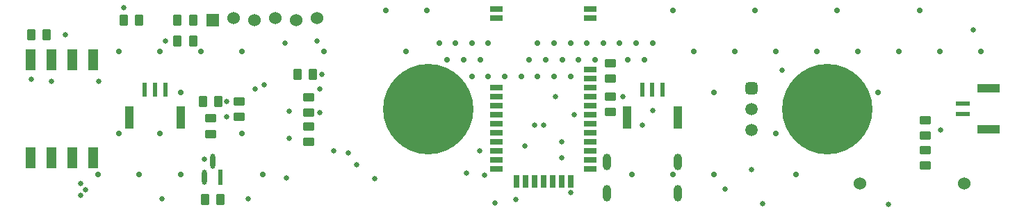
<source format=gbr>
%TF.GenerationSoftware,Altium Limited,Altium Designer,22.7.1 (60)*%
G04 Layer_Color=16711935*
%FSLAX43Y43*%
%MOMM*%
%TF.SameCoordinates,440D4EDA-C43D-4E66-B479-6B8574177269*%
%TF.FilePolarity,Negative*%
%TF.FileFunction,Soldermask,Bot*%
%TF.Part,Single*%
G01*
G75*
%TA.AperFunction,SMDPad,CuDef*%
G04:AMPARAMS|DCode=14|XSize=1mm|YSize=1.42mm|CornerRadius=0.125mm|HoleSize=0mm|Usage=FLASHONLY|Rotation=180.000|XOffset=0mm|YOffset=0mm|HoleType=Round|Shape=RoundedRectangle|*
%AMROUNDEDRECTD14*
21,1,1.000,1.170,0,0,180.0*
21,1,0.750,1.420,0,0,180.0*
1,1,0.250,-0.375,0.585*
1,1,0.250,0.375,0.585*
1,1,0.250,0.375,-0.585*
1,1,0.250,-0.375,-0.585*
%
%ADD14ROUNDEDRECTD14*%
G04:AMPARAMS|DCode=21|XSize=1mm|YSize=1.42mm|CornerRadius=0.125mm|HoleSize=0mm|Usage=FLASHONLY|Rotation=270.000|XOffset=0mm|YOffset=0mm|HoleType=Round|Shape=RoundedRectangle|*
%AMROUNDEDRECTD21*
21,1,1.000,1.170,0,0,270.0*
21,1,0.750,1.420,0,0,270.0*
1,1,0.250,-0.585,-0.375*
1,1,0.250,-0.585,0.375*
1,1,0.250,0.585,0.375*
1,1,0.250,0.585,-0.375*
%
%ADD21ROUNDEDRECTD21*%
%TA.AperFunction,ComponentPad*%
%ADD32O,1.000X2.000*%
%ADD33C,1.524*%
%ADD34R,1.524X1.524*%
%ADD35C,1.500*%
G04:AMPARAMS|DCode=36|XSize=1.5mm|YSize=1.5mm|CornerRadius=0.375mm|HoleSize=0mm|Usage=FLASHONLY|Rotation=270.000|XOffset=0mm|YOffset=0mm|HoleType=Round|Shape=RoundedRectangle|*
%AMROUNDEDRECTD36*
21,1,1.500,0.750,0,0,270.0*
21,1,0.750,1.500,0,0,270.0*
1,1,0.750,-0.375,-0.375*
1,1,0.750,-0.375,0.375*
1,1,0.750,0.375,0.375*
1,1,0.750,0.375,-0.375*
%
%ADD36ROUNDEDRECTD36*%
%TA.AperFunction,ViaPad*%
%ADD37C,11.000*%
%ADD38C,0.650*%
%ADD39C,0.700*%
%TA.AperFunction,SMDPad,CuDef*%
%ADD40R,1.143X2.500*%
%ADD41R,1.000X2.800*%
%ADD42R,0.600X1.700*%
%ADD43R,2.700X1.000*%
%ADD44R,1.700X0.600*%
G04:AMPARAMS|DCode=45|XSize=1.824mm|YSize=0.618mm|CornerRadius=0.309mm|HoleSize=0mm|Usage=FLASHONLY|Rotation=90.000|XOffset=0mm|YOffset=0mm|HoleType=Round|Shape=RoundedRectangle|*
%AMROUNDEDRECTD45*
21,1,1.824,0.000,0,0,90.0*
21,1,1.206,0.618,0,0,90.0*
1,1,0.618,0.000,0.603*
1,1,0.618,0.000,-0.603*
1,1,0.618,0.000,-0.603*
1,1,0.618,0.000,0.603*
%
%ADD45ROUNDEDRECTD45*%
%ADD46R,0.618X1.824*%
%ADD47R,1.500X0.700*%
%ADD48R,0.700X1.500*%
D14*
X35900Y19228D02*
D03*
X34030D02*
D03*
X22780Y4000D02*
D03*
X24650D02*
D03*
X12905Y25787D02*
D03*
X14775D02*
D03*
X21325D02*
D03*
X19455D02*
D03*
Y23250D02*
D03*
X21325D02*
D03*
X22555Y15885D02*
D03*
X24425D02*
D03*
X1600Y24050D02*
D03*
X3470D02*
D03*
D21*
X110500Y13635D02*
D03*
Y11765D02*
D03*
Y9985D02*
D03*
Y8115D02*
D03*
X26975Y15875D02*
D03*
Y14005D02*
D03*
X35400Y14550D02*
D03*
Y16420D02*
D03*
Y10950D02*
D03*
Y12820D02*
D03*
X23500Y11955D02*
D03*
Y13825D02*
D03*
X72125Y16525D02*
D03*
Y14655D02*
D03*
Y18725D02*
D03*
Y20595D02*
D03*
D32*
X80345Y4692D02*
D03*
X71705D02*
D03*
X80345Y8492D02*
D03*
X71705D02*
D03*
D33*
X102530Y5905D02*
D03*
X115230D02*
D03*
X28780Y25787D02*
D03*
X33860D02*
D03*
X26240Y26041D02*
D03*
X31320D02*
D03*
X36400D02*
D03*
D34*
X23700Y25787D02*
D03*
D35*
X89325Y12460D02*
D03*
Y15000D02*
D03*
D36*
Y17540D02*
D03*
D37*
X50000Y15000D02*
D03*
X98565D02*
D03*
D38*
X86121Y5236D02*
D03*
X32524Y23049D02*
D03*
X56287Y9850D02*
D03*
X43456Y6468D02*
D03*
X28037Y4013D02*
D03*
X17584Y4013D02*
D03*
X1600Y18583D02*
D03*
X40266Y9637D02*
D03*
X41300Y8200D02*
D03*
X54647Y7150D02*
D03*
X58150Y3500D02*
D03*
X25465Y15875D02*
D03*
X60625Y3925D02*
D03*
X67348Y4827D02*
D03*
X36400Y23250D02*
D03*
X106025Y3375D02*
D03*
X89325Y7597D02*
D03*
X112350Y12460D02*
D03*
X93050Y19700D02*
D03*
X90725Y3425D02*
D03*
X116325Y24650D02*
D03*
X61775Y10460D02*
D03*
X66200Y9025D02*
D03*
Y11025D02*
D03*
X64000Y13050D02*
D03*
X56825Y6899D02*
D03*
X32675Y6550D02*
D03*
X33050Y14675D02*
D03*
X62916Y13025D02*
D03*
X25450Y14035D02*
D03*
X33050Y11425D02*
D03*
X29975Y17925D02*
D03*
X28887Y17400D02*
D03*
X73703Y16475D02*
D03*
X77300Y14775D02*
D03*
X67750Y14275D02*
D03*
X65500Y16475D02*
D03*
X12890Y27335D02*
D03*
X5750Y24050D02*
D03*
X9838Y18350D02*
D03*
X7625Y4450D02*
D03*
X8228Y5125D02*
D03*
X7625Y5900D02*
D03*
X38470Y9883D02*
D03*
X22750Y8875D02*
D03*
X18000Y23275D02*
D03*
X36775Y14550D02*
D03*
Y17400D02*
D03*
X37025Y19225D02*
D03*
X76025Y13050D02*
D03*
X4103Y18363D02*
D03*
D39*
X117300Y21980D02*
D03*
X112300D02*
D03*
X109800Y26980D02*
D03*
X107300Y21980D02*
D03*
X102300D02*
D03*
X104800Y16980D02*
D03*
X99800Y26980D02*
D03*
X97300Y21980D02*
D03*
X92300D02*
D03*
Y11980D02*
D03*
X94800Y6980D02*
D03*
X89800Y26980D02*
D03*
X87300Y21980D02*
D03*
X82300D02*
D03*
X84800Y16980D02*
D03*
Y6980D02*
D03*
X79800Y26980D02*
D03*
Y6980D02*
D03*
X74800D02*
D03*
X49800Y26980D02*
D03*
X47300Y21980D02*
D03*
X44800Y26980D02*
D03*
X37300Y21980D02*
D03*
X27300D02*
D03*
Y11980D02*
D03*
X29800Y6980D02*
D03*
X22300Y21980D02*
D03*
X17300D02*
D03*
X19800Y16980D02*
D03*
X17300Y11980D02*
D03*
X19800Y6980D02*
D03*
X12300Y21980D02*
D03*
Y11980D02*
D03*
X14800Y6980D02*
D03*
X9800D02*
D03*
X77300Y22980D02*
D03*
X75300D02*
D03*
X76300Y20980D02*
D03*
X73300Y22980D02*
D03*
X74300Y20980D02*
D03*
X71300Y22980D02*
D03*
X69300D02*
D03*
X70300Y20980D02*
D03*
X67300Y22980D02*
D03*
X68300Y20980D02*
D03*
X67300Y18980D02*
D03*
X65300Y22980D02*
D03*
X66300Y20980D02*
D03*
X65300Y18980D02*
D03*
X63300Y22980D02*
D03*
X64300Y20980D02*
D03*
X63300Y18980D02*
D03*
X62300Y20980D02*
D03*
X61300Y18980D02*
D03*
X59300D02*
D03*
X57300Y22980D02*
D03*
Y18980D02*
D03*
X55300Y22980D02*
D03*
X56300Y20980D02*
D03*
X55300Y18980D02*
D03*
X53300Y22980D02*
D03*
X54300Y20980D02*
D03*
X51300Y22980D02*
D03*
X52300Y20980D02*
D03*
D40*
X1590Y9030D02*
D03*
X4130D02*
D03*
X6670D02*
D03*
X9210D02*
D03*
Y20970D02*
D03*
X6670D02*
D03*
X4130D02*
D03*
X1590D02*
D03*
D41*
X13600Y13975D02*
D03*
X19800D02*
D03*
X74175D02*
D03*
X80375D02*
D03*
D42*
X15450Y17325D02*
D03*
X16700D02*
D03*
X17950D02*
D03*
X76025D02*
D03*
X77275D02*
D03*
X78525D02*
D03*
D43*
X118250Y17475D02*
D03*
Y12525D02*
D03*
D44*
X115050Y15625D02*
D03*
Y14375D02*
D03*
D45*
X23700Y8589D02*
D03*
X22750Y6668D02*
D03*
D46*
X24650D02*
D03*
D47*
X58250Y27125D02*
D03*
Y26025D02*
D03*
Y17625D02*
D03*
Y16525D02*
D03*
Y15425D02*
D03*
Y14325D02*
D03*
Y13225D02*
D03*
Y12125D02*
D03*
Y11025D02*
D03*
Y9925D02*
D03*
Y8825D02*
D03*
Y7725D02*
D03*
X69750D02*
D03*
Y8825D02*
D03*
Y9925D02*
D03*
Y11025D02*
D03*
Y12125D02*
D03*
Y13225D02*
D03*
Y14325D02*
D03*
Y15425D02*
D03*
Y16525D02*
D03*
Y17625D02*
D03*
Y18725D02*
D03*
Y19825D02*
D03*
Y26025D02*
D03*
Y27125D02*
D03*
D48*
X60700Y6175D02*
D03*
X61800D02*
D03*
X62900D02*
D03*
X64000D02*
D03*
X65100D02*
D03*
X66200D02*
D03*
X67300D02*
D03*
%TF.MD5,77b29223bad7d547f8e117e0d740d4fa*%
M02*

</source>
